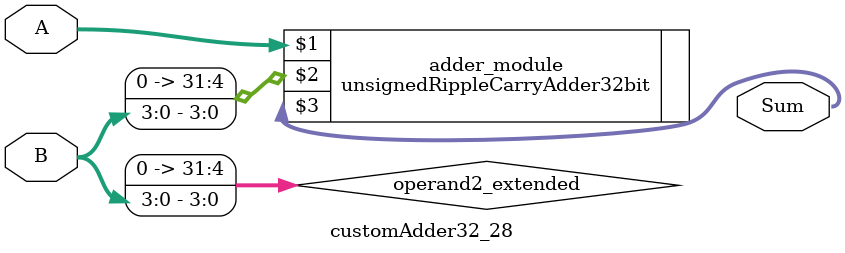
<source format=v>

module customAdder32_28(
                    input [31 : 0] A,
                    input [3 : 0] B,
                    
                    output [32 : 0] Sum
            );

    wire [31 : 0] operand2_extended;
    
    assign operand2_extended =  {28'b0, B};
    
    unsignedRippleCarryAdder32bit adder_module(
        A,
        operand2_extended,
        Sum
    );
    
endmodule
        
</source>
